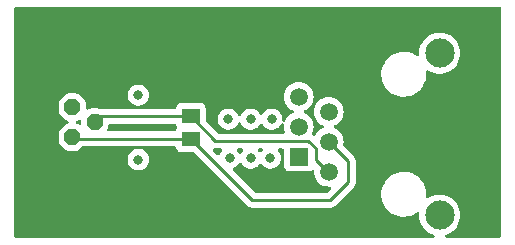
<source format=gtl>
G04 #@! TF.GenerationSoftware,KiCad,Pcbnew,7.0.2*
G04 #@! TF.CreationDate,2024-01-01T15:48:32-07:00*
G04 #@! TF.ProjectId,Temperature Sensor Board 2,54656d70-6572-4617-9475-72652053656e,rev?*
G04 #@! TF.SameCoordinates,Original*
G04 #@! TF.FileFunction,Copper,L1,Top*
G04 #@! TF.FilePolarity,Positive*
%FSLAX46Y46*%
G04 Gerber Fmt 4.6, Leading zero omitted, Abs format (unit mm)*
G04 Created by KiCad (PCBNEW 7.0.2) date 2024-01-01 15:48:32*
%MOMM*%
%LPD*%
G01*
G04 APERTURE LIST*
G04 Aperture macros list*
%AMOutline5P*
0 Free polygon, 5 corners , with rotation*
0 The origin of the aperture is its center*
0 number of corners: always 5*
0 $1 to $10 corner X, Y*
0 $11 Rotation angle, in degrees counterclockwise*
0 create outline with 5 corners*
4,1,5,$1,$2,$3,$4,$5,$6,$7,$8,$9,$10,$1,$2,$11*%
%AMOutline6P*
0 Free polygon, 6 corners , with rotation*
0 The origin of the aperture is its center*
0 number of corners: always 6*
0 $1 to $12 corner X, Y*
0 $13 Rotation angle, in degrees counterclockwise*
0 create outline with 6 corners*
4,1,6,$1,$2,$3,$4,$5,$6,$7,$8,$9,$10,$11,$12,$1,$2,$13*%
%AMOutline7P*
0 Free polygon, 7 corners , with rotation*
0 The origin of the aperture is its center*
0 number of corners: always 7*
0 $1 to $14 corner X, Y*
0 $15 Rotation angle, in degrees counterclockwise*
0 create outline with 7 corners*
4,1,7,$1,$2,$3,$4,$5,$6,$7,$8,$9,$10,$11,$12,$13,$14,$1,$2,$15*%
%AMOutline8P*
0 Free polygon, 8 corners , with rotation*
0 The origin of the aperture is its center*
0 number of corners: always 8*
0 $1 to $16 corner X, Y*
0 $17 Rotation angle, in degrees counterclockwise*
0 create outline with 8 corners*
4,1,8,$1,$2,$3,$4,$5,$6,$7,$8,$9,$10,$11,$12,$13,$14,$15,$16,$1,$2,$17*%
G04 Aperture macros list end*
G04 #@! TA.AperFunction,ComponentPad*
%ADD10R,1.508000X1.508000*%
G04 #@! TD*
G04 #@! TA.AperFunction,ComponentPad*
%ADD11C,1.508000*%
G04 #@! TD*
G04 #@! TA.AperFunction,ComponentPad*
%ADD12C,2.475000*%
G04 #@! TD*
G04 #@! TA.AperFunction,ComponentPad*
%ADD13Outline8P,-0.660400X0.273547X-0.273547X0.660400X0.273547X0.660400X0.660400X0.273547X0.660400X-0.273547X0.273547X-0.660400X-0.273547X-0.660400X-0.660400X-0.273547X270.000000*%
G04 #@! TD*
G04 #@! TA.AperFunction,SMDPad,CuDef*
%ADD14R,1.500000X1.300000*%
G04 #@! TD*
G04 #@! TA.AperFunction,ViaPad*
%ADD15C,0.800000*%
G04 #@! TD*
G04 #@! TA.AperFunction,Conductor*
%ADD16C,0.250000*%
G04 #@! TD*
G04 APERTURE END LIST*
D10*
X133817354Y-97114354D03*
D11*
X133817354Y-94574354D03*
X133817354Y-92034354D03*
X136357354Y-98384354D03*
X136357354Y-95844354D03*
X136357354Y-93304354D03*
D12*
X145757354Y-102074354D03*
X145757354Y-88354354D03*
D13*
X114640354Y-92923354D03*
X116545354Y-94193354D03*
X114640354Y-95463354D03*
D14*
X124673354Y-93690354D03*
X124673354Y-95590354D03*
D15*
X131531354Y-93939354D03*
X127975354Y-97241354D03*
X120228354Y-97368354D03*
X120228354Y-91907354D03*
X129753354Y-93939354D03*
X129753354Y-97241354D03*
X131404354Y-97241354D03*
X127848354Y-93939354D03*
D16*
X135281354Y-97432354D02*
X135281354Y-96419354D01*
X138008354Y-97495354D02*
X138008354Y-99273354D01*
X136484354Y-100797354D02*
X129880354Y-100797354D01*
X135281354Y-96419354D02*
X134642354Y-95780354D01*
X117048354Y-93690354D02*
X116545354Y-94193354D01*
X126763354Y-95780354D02*
X124673354Y-93690354D01*
X134642354Y-95780354D02*
X126763354Y-95780354D01*
X114767354Y-95590354D02*
X114640354Y-95463354D01*
X129880354Y-100797354D02*
X124673354Y-95590354D01*
X124673354Y-95590354D02*
X114767354Y-95590354D01*
X136357354Y-95844354D02*
X138008354Y-97495354D01*
X136360354Y-98511354D02*
X135281354Y-97432354D01*
X138008354Y-99273354D02*
X136484354Y-100797354D01*
X124673354Y-93690354D02*
X117048354Y-93690354D01*
G04 #@! TA.AperFunction,NonConductor*
G36*
X150905393Y-84434039D02*
G01*
X150951148Y-84486843D01*
X150962354Y-84538354D01*
X150962354Y-103793992D01*
X150942669Y-103861031D01*
X150926035Y-103881673D01*
X150871673Y-103936035D01*
X150810350Y-103969520D01*
X150783992Y-103972354D01*
X146323294Y-103972354D01*
X146256255Y-103952669D01*
X146210500Y-103899865D01*
X146200556Y-103830707D01*
X146229581Y-103767151D01*
X146286744Y-103729863D01*
X146394097Y-103696749D01*
X146628791Y-103583726D01*
X146844018Y-103436987D01*
X147034970Y-103259809D01*
X147197383Y-103056149D01*
X147327628Y-102830558D01*
X147422796Y-102588075D01*
X147480761Y-102334116D01*
X147500227Y-102074354D01*
X147480761Y-101814592D01*
X147422796Y-101560633D01*
X147327628Y-101318150D01*
X147197383Y-101092559D01*
X147034970Y-100888899D01*
X146844018Y-100711721D01*
X146721494Y-100628186D01*
X146628791Y-100564982D01*
X146517585Y-100511428D01*
X146394097Y-100451959D01*
X146317315Y-100428274D01*
X146145179Y-100375177D01*
X145887599Y-100336354D01*
X145627109Y-100336354D01*
X145369528Y-100375177D01*
X145120610Y-100451959D01*
X144885916Y-100564982D01*
X144793213Y-100628186D01*
X144726733Y-100649686D01*
X144659183Y-100631832D01*
X144612010Y-100580291D01*
X144600190Y-100511428D01*
X144601426Y-100503204D01*
X144601506Y-100502768D01*
X144611667Y-100224758D01*
X144603680Y-100152169D01*
X144581240Y-99948230D01*
X144510874Y-99679078D01*
X144402070Y-99423040D01*
X144257146Y-99185573D01*
X144165461Y-99075402D01*
X144079192Y-98971738D01*
X143971369Y-98875128D01*
X143871997Y-98786091D01*
X143639981Y-98632591D01*
X143639978Y-98632589D01*
X143388085Y-98514506D01*
X143121690Y-98434360D01*
X143121686Y-98434359D01*
X143121685Y-98434359D01*
X142846453Y-98393854D01*
X142637891Y-98393854D01*
X142635642Y-98394018D01*
X142635631Y-98394019D01*
X142429898Y-98409076D01*
X142158357Y-98469565D01*
X141898517Y-98568945D01*
X141655914Y-98705101D01*
X141435720Y-98875128D01*
X141242631Y-99075402D01*
X141080759Y-99301659D01*
X140953559Y-99549065D01*
X140863731Y-99812372D01*
X140813201Y-100085937D01*
X140803040Y-100363949D01*
X140818363Y-100503204D01*
X140833468Y-100640478D01*
X140903834Y-100909630D01*
X141012638Y-101165668D01*
X141157562Y-101403135D01*
X141157565Y-101403139D01*
X141157566Y-101403140D01*
X141175780Y-101425027D01*
X141335517Y-101616971D01*
X141542711Y-101802617D01*
X141750061Y-101939798D01*
X141774729Y-101956118D01*
X142026622Y-102074201D01*
X142234953Y-102136878D01*
X142293023Y-102154349D01*
X142568255Y-102194854D01*
X142568258Y-102194854D01*
X142774555Y-102194854D01*
X142776817Y-102194854D01*
X142984809Y-102179631D01*
X143256351Y-102119142D01*
X143516192Y-102019762D01*
X143758794Y-101883607D01*
X143825129Y-101832384D01*
X143890215Y-101806994D01*
X143958703Y-101820823D01*
X144008841Y-101869484D01*
X144024713Y-101937527D01*
X144024563Y-101939798D01*
X144014480Y-102074353D01*
X144033946Y-102334113D01*
X144091912Y-102588077D01*
X144187079Y-102830556D01*
X144187080Y-102830558D01*
X144317325Y-103056149D01*
X144479738Y-103259809D01*
X144670690Y-103436987D01*
X144885918Y-103583726D01*
X145120611Y-103696749D01*
X145227964Y-103729863D01*
X145286223Y-103768433D01*
X145314380Y-103832378D01*
X145303497Y-103901395D01*
X145257029Y-103953571D01*
X145191414Y-103972354D01*
X109865716Y-103972354D01*
X109798677Y-103952669D01*
X109778034Y-103936034D01*
X109724172Y-103882171D01*
X109690688Y-103820848D01*
X109687854Y-103794491D01*
X109687854Y-97368354D01*
X119322894Y-97368354D01*
X119342680Y-97556611D01*
X119401174Y-97736638D01*
X119495820Y-97900570D01*
X119622483Y-98041243D01*
X119775623Y-98152505D01*
X119948551Y-98229498D01*
X120133706Y-98268854D01*
X120133708Y-98268854D01*
X120323002Y-98268854D01*
X120477967Y-98235915D01*
X120508157Y-98229498D01*
X120681084Y-98152505D01*
X120834225Y-98041242D01*
X120960887Y-97900570D01*
X121055533Y-97736638D01*
X121114028Y-97556610D01*
X121133814Y-97368354D01*
X121114028Y-97180098D01*
X121055533Y-97000070D01*
X121055533Y-97000069D01*
X120960887Y-96836137D01*
X120834224Y-96695464D01*
X120681084Y-96584202D01*
X120508156Y-96507209D01*
X120323002Y-96467854D01*
X120323000Y-96467854D01*
X120133708Y-96467854D01*
X120133706Y-96467854D01*
X119948551Y-96507209D01*
X119775623Y-96584202D01*
X119622483Y-96695464D01*
X119495820Y-96836137D01*
X119401174Y-97000069D01*
X119342680Y-97180096D01*
X119322894Y-97368354D01*
X109687854Y-97368354D01*
X109687854Y-95777877D01*
X113479454Y-95777877D01*
X113479936Y-95781718D01*
X113479937Y-95781726D01*
X113490013Y-95861950D01*
X113545091Y-95994918D01*
X113594692Y-96058770D01*
X113594700Y-96058779D01*
X113597074Y-96061835D01*
X114041876Y-96506638D01*
X114105694Y-96556212D01*
X114108791Y-96558618D01*
X114241757Y-96613694D01*
X114256893Y-96615595D01*
X114325830Y-96624254D01*
X114329707Y-96624254D01*
X114951000Y-96624254D01*
X114954877Y-96624254D01*
X115038951Y-96613694D01*
X115171918Y-96558617D01*
X115238835Y-96506634D01*
X115493296Y-96252173D01*
X115554620Y-96218688D01*
X115580978Y-96215854D01*
X123303690Y-96215854D01*
X123370729Y-96235539D01*
X123416484Y-96288343D01*
X123426979Y-96326598D01*
X123429263Y-96347837D01*
X123479558Y-96482685D01*
X123565808Y-96597900D01*
X123681023Y-96684150D01*
X123815871Y-96734445D01*
X123875481Y-96740854D01*
X124887901Y-96740853D01*
X124954940Y-96760537D01*
X124975581Y-96777171D01*
X127212406Y-99013997D01*
X129379550Y-101181141D01*
X129392450Y-101197242D01*
X129443577Y-101245254D01*
X129446374Y-101247965D01*
X129465883Y-101267474D01*
X129469063Y-101269941D01*
X129477925Y-101277509D01*
X129509772Y-101307416D01*
X129527326Y-101317066D01*
X129543590Y-101327750D01*
X129555326Y-101336853D01*
X129559418Y-101340027D01*
X129584263Y-101350778D01*
X129599506Y-101357375D01*
X129609985Y-101362508D01*
X129648262Y-101383551D01*
X129667660Y-101388531D01*
X129686062Y-101394831D01*
X129704458Y-101402792D01*
X129747615Y-101409627D01*
X129759018Y-101411988D01*
X129801335Y-101422854D01*
X129821370Y-101422854D01*
X129840767Y-101424380D01*
X129860550Y-101427514D01*
X129904028Y-101423404D01*
X129915698Y-101422854D01*
X136401610Y-101422854D01*
X136422116Y-101425118D01*
X136425019Y-101425026D01*
X136425021Y-101425027D01*
X136492226Y-101422915D01*
X136496122Y-101422854D01*
X136519802Y-101422854D01*
X136523704Y-101422854D01*
X136527667Y-101422353D01*
X136539316Y-101421434D01*
X136582981Y-101420063D01*
X136602213Y-101414474D01*
X136621272Y-101410528D01*
X136628445Y-101409622D01*
X136641146Y-101408018D01*
X136681761Y-101391936D01*
X136692798Y-101388157D01*
X136734744Y-101375972D01*
X136751983Y-101365776D01*
X136769456Y-101357216D01*
X136788086Y-101349840D01*
X136823418Y-101324168D01*
X136833184Y-101317754D01*
X136870772Y-101295525D01*
X136870771Y-101295525D01*
X136870774Y-101295524D01*
X136884939Y-101281358D01*
X136899727Y-101268727D01*
X136915941Y-101256948D01*
X136943792Y-101223280D01*
X136951633Y-101214663D01*
X138392142Y-99774154D01*
X138408239Y-99761260D01*
X138410227Y-99759141D01*
X138410231Y-99759140D01*
X138456303Y-99710077D01*
X138458888Y-99707409D01*
X138478474Y-99687825D01*
X138480939Y-99684646D01*
X138488521Y-99675770D01*
X138518416Y-99643936D01*
X138528071Y-99626372D01*
X138538748Y-99610118D01*
X138551027Y-99594290D01*
X138568372Y-99554206D01*
X138573514Y-99543710D01*
X138594551Y-99505446D01*
X138599533Y-99486038D01*
X138605835Y-99467634D01*
X138613791Y-99449250D01*
X138620623Y-99406106D01*
X138622987Y-99394692D01*
X138633854Y-99352373D01*
X138633854Y-99332337D01*
X138635381Y-99312938D01*
X138638514Y-99293158D01*
X138634404Y-99249678D01*
X138633854Y-99238009D01*
X138633854Y-97578097D01*
X138636118Y-97557593D01*
X138633915Y-97487466D01*
X138633854Y-97483572D01*
X138633854Y-97459895D01*
X138633854Y-97456004D01*
X138633352Y-97452037D01*
X138632435Y-97440381D01*
X138632097Y-97429611D01*
X138631064Y-97396727D01*
X138625472Y-97377480D01*
X138621528Y-97358439D01*
X138619018Y-97338562D01*
X138602933Y-97297937D01*
X138599162Y-97286922D01*
X138586972Y-97244964D01*
X138576768Y-97227709D01*
X138568215Y-97210249D01*
X138564556Y-97201007D01*
X138560840Y-97191622D01*
X138535162Y-97156279D01*
X138528755Y-97146525D01*
X138506523Y-97108933D01*
X138492360Y-97094770D01*
X138479721Y-97079971D01*
X138467949Y-97063767D01*
X138434295Y-97035927D01*
X138425653Y-97028063D01*
X137619207Y-96221617D01*
X137585722Y-96160294D01*
X137587113Y-96101843D01*
X137597515Y-96063028D01*
X137616646Y-95844354D01*
X137597515Y-95625680D01*
X137540701Y-95413651D01*
X137447933Y-95214708D01*
X137322028Y-95034897D01*
X137166811Y-94879680D01*
X137019597Y-94776600D01*
X136986996Y-94753772D01*
X136843234Y-94686736D01*
X136790794Y-94640564D01*
X136771642Y-94573371D01*
X136791858Y-94506489D01*
X136843234Y-94461972D01*
X136986996Y-94394935D01*
X136986996Y-94394934D01*
X136987000Y-94394933D01*
X137166811Y-94269028D01*
X137322028Y-94113811D01*
X137447933Y-93934000D01*
X137540701Y-93735057D01*
X137597515Y-93523028D01*
X137616646Y-93304354D01*
X137597515Y-93085680D01*
X137540701Y-92873651D01*
X137447933Y-92674708D01*
X137322028Y-92494897D01*
X137166811Y-92339680D01*
X136987000Y-92213775D01*
X136895275Y-92171003D01*
X136788058Y-92121007D01*
X136576025Y-92064192D01*
X136357353Y-92045061D01*
X136138682Y-92064192D01*
X135926649Y-92121007D01*
X135727710Y-92213774D01*
X135727708Y-92213775D01*
X135564671Y-92327935D01*
X135547893Y-92339683D01*
X135392683Y-92494893D01*
X135392680Y-92494896D01*
X135392680Y-92494897D01*
X135310190Y-92612706D01*
X135266774Y-92674710D01*
X135174007Y-92873649D01*
X135117192Y-93085682D01*
X135098061Y-93304354D01*
X135117192Y-93523025D01*
X135174007Y-93735058D01*
X135196243Y-93782743D01*
X135266775Y-93934000D01*
X135392680Y-94113811D01*
X135547897Y-94269028D01*
X135727708Y-94394933D01*
X135824042Y-94439854D01*
X135871474Y-94461972D01*
X135923913Y-94508144D01*
X135943065Y-94575338D01*
X135922849Y-94642219D01*
X135871474Y-94686736D01*
X135727714Y-94753772D01*
X135727708Y-94753775D01*
X135564671Y-94867935D01*
X135547893Y-94879683D01*
X135392683Y-95034893D01*
X135392680Y-95034896D01*
X135392680Y-95034897D01*
X135266775Y-95214708D01*
X135266774Y-95214710D01*
X135266772Y-95214713D01*
X135243939Y-95263677D01*
X135197766Y-95316116D01*
X135130572Y-95335267D01*
X135063691Y-95315050D01*
X135055565Y-95309256D01*
X135053658Y-95307777D01*
X135044776Y-95300191D01*
X135012936Y-95270292D01*
X135012935Y-95270291D01*
X135006437Y-95266719D01*
X134957173Y-95217172D01*
X134942517Y-95148857D01*
X134953793Y-95105652D01*
X134972862Y-95064758D01*
X135000701Y-95005057D01*
X135057515Y-94793028D01*
X135076646Y-94574354D01*
X135057515Y-94355680D01*
X135000701Y-94143651D01*
X134907933Y-93944708D01*
X134782028Y-93764897D01*
X134626811Y-93609680D01*
X134447000Y-93483775D01*
X134446996Y-93483772D01*
X134303234Y-93416736D01*
X134250794Y-93370564D01*
X134231642Y-93303371D01*
X134251858Y-93236489D01*
X134303234Y-93191972D01*
X134446996Y-93124935D01*
X134446996Y-93124934D01*
X134447000Y-93124933D01*
X134626811Y-92999028D01*
X134782028Y-92843811D01*
X134907933Y-92664000D01*
X135000701Y-92465057D01*
X135057515Y-92253028D01*
X135076646Y-92034354D01*
X135057515Y-91815680D01*
X135000701Y-91603651D01*
X134907933Y-91404708D01*
X134782028Y-91224897D01*
X134626811Y-91069680D01*
X134447000Y-90943775D01*
X134355275Y-90901003D01*
X134248058Y-90851007D01*
X134036025Y-90794192D01*
X133817354Y-90775061D01*
X133598682Y-90794192D01*
X133386649Y-90851007D01*
X133187710Y-90943774D01*
X133187708Y-90943775D01*
X133099320Y-91005665D01*
X133007893Y-91069683D01*
X132852683Y-91224893D01*
X132852680Y-91224896D01*
X132852680Y-91224897D01*
X132747481Y-91375138D01*
X132726774Y-91404710D01*
X132634007Y-91603649D01*
X132577192Y-91815682D01*
X132558061Y-92034353D01*
X132577192Y-92253025D01*
X132634007Y-92465058D01*
X132669050Y-92540208D01*
X132726775Y-92664000D01*
X132852680Y-92843811D01*
X133007897Y-92999028D01*
X133187708Y-93124933D01*
X133298376Y-93176538D01*
X133331474Y-93191972D01*
X133383913Y-93238144D01*
X133403065Y-93305338D01*
X133382849Y-93372219D01*
X133331474Y-93416736D01*
X133249592Y-93454918D01*
X133187708Y-93483775D01*
X133007897Y-93609680D01*
X133007893Y-93609683D01*
X132852683Y-93764893D01*
X132852680Y-93764896D01*
X132852680Y-93764897D01*
X132772904Y-93878830D01*
X132726774Y-93944710D01*
X132664871Y-94077461D01*
X132618698Y-94129900D01*
X132551505Y-94149052D01*
X132484624Y-94128836D01*
X132439289Y-94075671D01*
X132429168Y-94012097D01*
X132436814Y-93939354D01*
X132417028Y-93751098D01*
X132358533Y-93571070D01*
X132358533Y-93571069D01*
X132263887Y-93407137D01*
X132137224Y-93266464D01*
X131984084Y-93155202D01*
X131811156Y-93078209D01*
X131626002Y-93038854D01*
X131626000Y-93038854D01*
X131436708Y-93038854D01*
X131436706Y-93038854D01*
X131251551Y-93078209D01*
X131078623Y-93155202D01*
X130925483Y-93266464D01*
X130798820Y-93407138D01*
X130749741Y-93492146D01*
X130699174Y-93540362D01*
X130630567Y-93553585D01*
X130565702Y-93527617D01*
X130534967Y-93492146D01*
X130485887Y-93407138D01*
X130359224Y-93266464D01*
X130206084Y-93155202D01*
X130033156Y-93078209D01*
X129848002Y-93038854D01*
X129848000Y-93038854D01*
X129658708Y-93038854D01*
X129658706Y-93038854D01*
X129473551Y-93078209D01*
X129300623Y-93155202D01*
X129147483Y-93266464D01*
X129020820Y-93407137D01*
X128926174Y-93571069D01*
X128918785Y-93593813D01*
X128879348Y-93651489D01*
X128814989Y-93678687D01*
X128746143Y-93666772D01*
X128694667Y-93619528D01*
X128682923Y-93593813D01*
X128675533Y-93571069D01*
X128580887Y-93407137D01*
X128454224Y-93266464D01*
X128301084Y-93155202D01*
X128128156Y-93078209D01*
X127943002Y-93038854D01*
X127943000Y-93038854D01*
X127753708Y-93038854D01*
X127753706Y-93038854D01*
X127568551Y-93078209D01*
X127395623Y-93155202D01*
X127242483Y-93266464D01*
X127115820Y-93407137D01*
X127021174Y-93571069D01*
X126962680Y-93751096D01*
X126942894Y-93939354D01*
X126962680Y-94127611D01*
X127021174Y-94307638D01*
X127115820Y-94471570D01*
X127242483Y-94612243D01*
X127395623Y-94723505D01*
X127568551Y-94800498D01*
X127753706Y-94839854D01*
X127753708Y-94839854D01*
X127943002Y-94839854D01*
X128066437Y-94813616D01*
X128128157Y-94800498D01*
X128301084Y-94723505D01*
X128336157Y-94698023D01*
X128454224Y-94612243D01*
X128488341Y-94574353D01*
X128580887Y-94471570D01*
X128675533Y-94307638D01*
X128682922Y-94284895D01*
X128722360Y-94227219D01*
X128786718Y-94200020D01*
X128855564Y-94211934D01*
X128907041Y-94259178D01*
X128918785Y-94284895D01*
X128926174Y-94307637D01*
X129020820Y-94471570D01*
X129147483Y-94612243D01*
X129300623Y-94723505D01*
X129473551Y-94800498D01*
X129658706Y-94839854D01*
X129658708Y-94839854D01*
X129848002Y-94839854D01*
X129971437Y-94813616D01*
X130033157Y-94800498D01*
X130206084Y-94723505D01*
X130241157Y-94698023D01*
X130359224Y-94612243D01*
X130393341Y-94574353D01*
X130485887Y-94471570D01*
X130515618Y-94420074D01*
X130534967Y-94386561D01*
X130585533Y-94338346D01*
X130654140Y-94325122D01*
X130719005Y-94351090D01*
X130749741Y-94386561D01*
X130798820Y-94471570D01*
X130925483Y-94612243D01*
X131078623Y-94723505D01*
X131251551Y-94800498D01*
X131436706Y-94839854D01*
X131436708Y-94839854D01*
X131626002Y-94839854D01*
X131749437Y-94813616D01*
X131811157Y-94800498D01*
X131984084Y-94723505D01*
X132019157Y-94698023D01*
X132137224Y-94612243D01*
X132171341Y-94574353D01*
X132263887Y-94471570D01*
X132293618Y-94420074D01*
X132341535Y-94337080D01*
X132392102Y-94288865D01*
X132460709Y-94275641D01*
X132525574Y-94301609D01*
X132566102Y-94358523D01*
X132572450Y-94409887D01*
X132558061Y-94574353D01*
X132577192Y-94793025D01*
X132587868Y-94832868D01*
X132623234Y-94964854D01*
X132632320Y-94998760D01*
X132630657Y-95068610D01*
X132591495Y-95126472D01*
X132527267Y-95153977D01*
X132512545Y-95154854D01*
X127073807Y-95154854D01*
X127006768Y-95135169D01*
X126986126Y-95118535D01*
X125960172Y-94092580D01*
X125926687Y-94031257D01*
X125923853Y-94004899D01*
X125923853Y-92995793D01*
X125923853Y-92995792D01*
X125923853Y-92992482D01*
X125917445Y-92932871D01*
X125867150Y-92798023D01*
X125780900Y-92682808D01*
X125665685Y-92596558D01*
X125530837Y-92546263D01*
X125471227Y-92539854D01*
X125467904Y-92539854D01*
X123878793Y-92539854D01*
X123878774Y-92539854D01*
X123875482Y-92539855D01*
X123872202Y-92540207D01*
X123872194Y-92540208D01*
X123815869Y-92546263D01*
X123681023Y-92596558D01*
X123565808Y-92682808D01*
X123479558Y-92798022D01*
X123429263Y-92932870D01*
X123426980Y-92954108D01*
X123400242Y-93018660D01*
X123342850Y-93058508D01*
X123303690Y-93064854D01*
X117131094Y-93064854D01*
X117110590Y-93062590D01*
X117040498Y-93064793D01*
X117036604Y-93064854D01*
X117021341Y-93064854D01*
X116973890Y-93055415D01*
X116943950Y-93043014D01*
X116943949Y-93043013D01*
X116943947Y-93043013D01*
X116863728Y-93032937D01*
X116863718Y-93032936D01*
X116859878Y-93032454D01*
X116230831Y-93032454D01*
X116226990Y-93032936D01*
X116226981Y-93032937D01*
X116146757Y-93043013D01*
X116013788Y-93098091D01*
X116001323Y-93107775D01*
X115936304Y-93133356D01*
X115867777Y-93119724D01*
X115817499Y-93071207D01*
X115801254Y-93009849D01*
X115801254Y-92843811D01*
X115801254Y-92608831D01*
X115790694Y-92524757D01*
X115735617Y-92391790D01*
X115695139Y-92339683D01*
X115686015Y-92327937D01*
X115686008Y-92327929D01*
X115683634Y-92324873D01*
X115266115Y-91907353D01*
X119322894Y-91907353D01*
X119342680Y-92095611D01*
X119401174Y-92275638D01*
X119495820Y-92439570D01*
X119622483Y-92580243D01*
X119775623Y-92691505D01*
X119948551Y-92768498D01*
X120133706Y-92807854D01*
X120133708Y-92807854D01*
X120323002Y-92807854D01*
X120446437Y-92781616D01*
X120508157Y-92768498D01*
X120681084Y-92691505D01*
X120789542Y-92612706D01*
X120834224Y-92580243D01*
X120960887Y-92439570D01*
X121055533Y-92275638D01*
X121062880Y-92253025D01*
X121114028Y-92095610D01*
X121133814Y-91907354D01*
X121114028Y-91719098D01*
X121060248Y-91553580D01*
X121055533Y-91539069D01*
X120960887Y-91375137D01*
X120834224Y-91234464D01*
X120681084Y-91123202D01*
X120508156Y-91046209D01*
X120323002Y-91006854D01*
X120323000Y-91006854D01*
X120133708Y-91006854D01*
X120133706Y-91006854D01*
X119948551Y-91046209D01*
X119775623Y-91123202D01*
X119622483Y-91234464D01*
X119495820Y-91375137D01*
X119401174Y-91539069D01*
X119342680Y-91719096D01*
X119322894Y-91907353D01*
X115266115Y-91907353D01*
X115238832Y-91880070D01*
X115212689Y-91859762D01*
X115171916Y-91828089D01*
X115038950Y-91773013D01*
X114958726Y-91762937D01*
X114958720Y-91762936D01*
X114954878Y-91762454D01*
X114325831Y-91762454D01*
X114321990Y-91762936D01*
X114321981Y-91762937D01*
X114241757Y-91773013D01*
X114108789Y-91828091D01*
X114044937Y-91877692D01*
X114044919Y-91877707D01*
X114041873Y-91880074D01*
X114039139Y-91882807D01*
X114039131Y-91882815D01*
X113599808Y-92322137D01*
X113599800Y-92322145D01*
X113597070Y-92324876D01*
X113594699Y-92327927D01*
X113594693Y-92327935D01*
X113545089Y-92391791D01*
X113490013Y-92524757D01*
X113480995Y-92596558D01*
X113479454Y-92608830D01*
X113479454Y-93237877D01*
X113479936Y-93241718D01*
X113479937Y-93241726D01*
X113490013Y-93321950D01*
X113545091Y-93454918D01*
X113594692Y-93518770D01*
X113594700Y-93518779D01*
X113597074Y-93521835D01*
X114041876Y-93966638D01*
X114044935Y-93969014D01*
X114100392Y-94012094D01*
X114108791Y-94018618D01*
X114241758Y-94073694D01*
X114241761Y-94073694D01*
X114254066Y-94078791D01*
X114308470Y-94122632D01*
X114330535Y-94188926D01*
X114313256Y-94256625D01*
X114262120Y-94304236D01*
X114254068Y-94307914D01*
X114180600Y-94338346D01*
X114108793Y-94368090D01*
X114108788Y-94368092D01*
X114044937Y-94417692D01*
X114044919Y-94417707D01*
X114041873Y-94420074D01*
X114039139Y-94422807D01*
X114039131Y-94422815D01*
X113599808Y-94862137D01*
X113599800Y-94862145D01*
X113597070Y-94864876D01*
X113594699Y-94867927D01*
X113594693Y-94867935D01*
X113545089Y-94931791D01*
X113490013Y-95064757D01*
X113479937Y-95144981D01*
X113479454Y-95148830D01*
X113479454Y-95777877D01*
X109687854Y-95777877D01*
X109687854Y-90203949D01*
X140803040Y-90203949D01*
X140827435Y-90425654D01*
X140833468Y-90480478D01*
X140903834Y-90749630D01*
X141012638Y-91005668D01*
X141157562Y-91243135D01*
X141157565Y-91243139D01*
X141157566Y-91243140D01*
X141292023Y-91404708D01*
X141335517Y-91456971D01*
X141542711Y-91642617D01*
X141739807Y-91773014D01*
X141774729Y-91796118D01*
X142026622Y-91914201D01*
X142234953Y-91976878D01*
X142293023Y-91994349D01*
X142568255Y-92034854D01*
X142568258Y-92034854D01*
X142774555Y-92034854D01*
X142776817Y-92034854D01*
X142984809Y-92019631D01*
X143256351Y-91959142D01*
X143516192Y-91859762D01*
X143758794Y-91723607D01*
X143978986Y-91553580D01*
X144172076Y-91353305D01*
X144333947Y-91127050D01*
X144461151Y-90879637D01*
X144550975Y-90616340D01*
X144601506Y-90342770D01*
X144611667Y-90064758D01*
X144594972Y-89913034D01*
X144607206Y-89844248D01*
X144654688Y-89792992D01*
X144722344Y-89775543D01*
X144788079Y-89797021D01*
X144885918Y-89863726D01*
X145120611Y-89976749D01*
X145369528Y-90053530D01*
X145627109Y-90092354D01*
X145887599Y-90092354D01*
X146145180Y-90053530D01*
X146394097Y-89976749D01*
X146628791Y-89863726D01*
X146844018Y-89716987D01*
X147034970Y-89539809D01*
X147197383Y-89336149D01*
X147327628Y-89110558D01*
X147422796Y-88868075D01*
X147480761Y-88614116D01*
X147500227Y-88354354D01*
X147480761Y-88094592D01*
X147422796Y-87840633D01*
X147327628Y-87598150D01*
X147197383Y-87372559D01*
X147034970Y-87168899D01*
X146844018Y-86991721D01*
X146628791Y-86844982D01*
X146394097Y-86731959D01*
X146317314Y-86708274D01*
X146145179Y-86655177D01*
X145887599Y-86616354D01*
X145627109Y-86616354D01*
X145369528Y-86655177D01*
X145120610Y-86731959D01*
X144885917Y-86844982D01*
X144670687Y-86991723D01*
X144479741Y-87168895D01*
X144317324Y-87372560D01*
X144187079Y-87598151D01*
X144091912Y-87840630D01*
X144033946Y-88094594D01*
X144014480Y-88354354D01*
X144024434Y-88487187D01*
X144009814Y-88555510D01*
X143960577Y-88605083D01*
X143892355Y-88620166D01*
X143832362Y-88599869D01*
X143639978Y-88472589D01*
X143388085Y-88354506D01*
X143121690Y-88274360D01*
X143121686Y-88274359D01*
X143121685Y-88274359D01*
X142846453Y-88233854D01*
X142637891Y-88233854D01*
X142635642Y-88234018D01*
X142635631Y-88234019D01*
X142429898Y-88249076D01*
X142158357Y-88309565D01*
X141898517Y-88408945D01*
X141655914Y-88545101D01*
X141435720Y-88715128D01*
X141242631Y-88915402D01*
X141080759Y-89141659D01*
X140953559Y-89389065D01*
X140863731Y-89652372D01*
X140813201Y-89925937D01*
X140803040Y-90203949D01*
X109687854Y-90203949D01*
X109687854Y-84592216D01*
X109707539Y-84525177D01*
X109724173Y-84504535D01*
X109778035Y-84450673D01*
X109839358Y-84417188D01*
X109865716Y-84414354D01*
X150838354Y-84414354D01*
X150905393Y-84434039D01*
G37*
G04 #@! TD.AperFunction*
G04 #@! TA.AperFunction,NonConductor*
G36*
X123370729Y-94335539D02*
G01*
X123416484Y-94388343D01*
X123426979Y-94426598D01*
X123429263Y-94447837D01*
X123476450Y-94574353D01*
X123484905Y-94597020D01*
X123489889Y-94666711D01*
X123484905Y-94683686D01*
X123429263Y-94832868D01*
X123426980Y-94854108D01*
X123400242Y-94918660D01*
X123342850Y-94958508D01*
X123303690Y-94964854D01*
X117707574Y-94964854D01*
X117640535Y-94945169D01*
X117594780Y-94892365D01*
X117584836Y-94823207D01*
X117609649Y-94764784D01*
X117640619Y-94724916D01*
X117695694Y-94591950D01*
X117696858Y-94582685D01*
X117706254Y-94507878D01*
X117706254Y-94439853D01*
X117725939Y-94372815D01*
X117778743Y-94327060D01*
X117830254Y-94315854D01*
X123303690Y-94315854D01*
X123370729Y-94335539D01*
G37*
G04 #@! TD.AperFunction*
G04 #@! TA.AperFunction,NonConductor*
G36*
X115317928Y-93996982D02*
G01*
X115368208Y-94045497D01*
X115384454Y-94106858D01*
X115384454Y-94279848D01*
X115364769Y-94346887D01*
X115311965Y-94392642D01*
X115242807Y-94402586D01*
X115184386Y-94377775D01*
X115171916Y-94368089D01*
X115026641Y-94307915D01*
X114972237Y-94264075D01*
X114950172Y-94197781D01*
X114967451Y-94130081D01*
X115018588Y-94082470D01*
X115026640Y-94078793D01*
X115038949Y-94073694D01*
X115038951Y-94073694D01*
X115171918Y-94018617D01*
X115184382Y-94008934D01*
X115249401Y-93983352D01*
X115317928Y-93996982D01*
G37*
G04 #@! TD.AperFunction*
G04 #@! TA.AperFunction,NonConductor*
G36*
X132505893Y-96425539D02*
G01*
X132551648Y-96478343D01*
X132562854Y-96529854D01*
X132562854Y-97912914D01*
X132562854Y-97912932D01*
X132562855Y-97916226D01*
X132563207Y-97919506D01*
X132563208Y-97919513D01*
X132569263Y-97975838D01*
X132587788Y-98025505D01*
X132619558Y-98110685D01*
X132705808Y-98225900D01*
X132821023Y-98312150D01*
X132955871Y-98362445D01*
X133015481Y-98368854D01*
X134619226Y-98368853D01*
X134678837Y-98362445D01*
X134813685Y-98312150D01*
X134902743Y-98245480D01*
X134968204Y-98221064D01*
X135036478Y-98235915D01*
X135085884Y-98285320D01*
X135100736Y-98353593D01*
X135100580Y-98355552D01*
X135098061Y-98384350D01*
X135117192Y-98603025D01*
X135166245Y-98786092D01*
X135174007Y-98815057D01*
X135266775Y-99014000D01*
X135392680Y-99193811D01*
X135547897Y-99349028D01*
X135727708Y-99474933D01*
X135926651Y-99567701D01*
X136138680Y-99624515D01*
X136262654Y-99635361D01*
X136357353Y-99643646D01*
X136357353Y-99643645D01*
X136357354Y-99643646D01*
X136378115Y-99641829D01*
X136452058Y-99635361D01*
X136520558Y-99649128D01*
X136570741Y-99697743D01*
X136586674Y-99765772D01*
X136563299Y-99831615D01*
X136550546Y-99846570D01*
X136261582Y-100135535D01*
X136200259Y-100169020D01*
X136173901Y-100171854D01*
X130190806Y-100171854D01*
X130123767Y-100152169D01*
X130103125Y-100135535D01*
X128254679Y-98287088D01*
X128221194Y-98225765D01*
X128226178Y-98156073D01*
X128268050Y-98100140D01*
X128291920Y-98086129D01*
X128428084Y-98025505D01*
X128428084Y-98025504D01*
X128428086Y-98025504D01*
X128581224Y-97914243D01*
X128707887Y-97773570D01*
X128756967Y-97688561D01*
X128807533Y-97640346D01*
X128876140Y-97627122D01*
X128941005Y-97653090D01*
X128971741Y-97688561D01*
X129020820Y-97773570D01*
X129147483Y-97914243D01*
X129300623Y-98025505D01*
X129473551Y-98102498D01*
X129658706Y-98141854D01*
X129658708Y-98141854D01*
X129848002Y-98141854D01*
X129971438Y-98115616D01*
X130033157Y-98102498D01*
X130206084Y-98025505D01*
X130274445Y-97975838D01*
X130359224Y-97914243D01*
X130486704Y-97772663D01*
X130546191Y-97736014D01*
X130616048Y-97737345D01*
X130671004Y-97772663D01*
X130798483Y-97914243D01*
X130951623Y-98025505D01*
X131124551Y-98102498D01*
X131309706Y-98141854D01*
X131309708Y-98141854D01*
X131499002Y-98141854D01*
X131622438Y-98115616D01*
X131684157Y-98102498D01*
X131857084Y-98025505D01*
X131925445Y-97975838D01*
X132010224Y-97914243D01*
X132136887Y-97773570D01*
X132231533Y-97609638D01*
X132246229Y-97564408D01*
X132290028Y-97429610D01*
X132309814Y-97241354D01*
X132290028Y-97053098D01*
X132231533Y-96873070D01*
X132231533Y-96873069D01*
X132136889Y-96709140D01*
X132114387Y-96684149D01*
X132050165Y-96612824D01*
X132019937Y-96549835D01*
X132028562Y-96480500D01*
X132073303Y-96426834D01*
X132139956Y-96405876D01*
X132142317Y-96405854D01*
X132438854Y-96405854D01*
X132505893Y-96425539D01*
G37*
G04 #@! TD.AperFunction*
G04 #@! TA.AperFunction,NonConductor*
G36*
X130733430Y-96425539D02*
G01*
X130779185Y-96478343D01*
X130789129Y-96547501D01*
X130760104Y-96611057D01*
X130758582Y-96612779D01*
X130726195Y-96648748D01*
X130671002Y-96710046D01*
X130611515Y-96746693D01*
X130541658Y-96745362D01*
X130486703Y-96710044D01*
X130399167Y-96612826D01*
X130368937Y-96549835D01*
X130377562Y-96480500D01*
X130422303Y-96426834D01*
X130488956Y-96405876D01*
X130491317Y-96405854D01*
X130666391Y-96405854D01*
X130733430Y-96425539D01*
G37*
G04 #@! TD.AperFunction*
G04 #@! TA.AperFunction,NonConductor*
G36*
X129082430Y-96425539D02*
G01*
X129128185Y-96478343D01*
X129138129Y-96547501D01*
X129109104Y-96611057D01*
X129107588Y-96612772D01*
X129069477Y-96655099D01*
X129020818Y-96709140D01*
X128971741Y-96794146D01*
X128921174Y-96842362D01*
X128852567Y-96855585D01*
X128787702Y-96829617D01*
X128756967Y-96794146D01*
X128707889Y-96709140D01*
X128685387Y-96684149D01*
X128621165Y-96612824D01*
X128590937Y-96549835D01*
X128599562Y-96480500D01*
X128644303Y-96426834D01*
X128710956Y-96405876D01*
X128713317Y-96405854D01*
X129015391Y-96405854D01*
X129082430Y-96425539D01*
G37*
G04 #@! TD.AperFunction*
G04 #@! TA.AperFunction,NonConductor*
G36*
X126723769Y-96407381D02*
G01*
X126743550Y-96410514D01*
X126787028Y-96406404D01*
X126798698Y-96405854D01*
X127237391Y-96405854D01*
X127304430Y-96425539D01*
X127350185Y-96478343D01*
X127360129Y-96547501D01*
X127331104Y-96611057D01*
X127329588Y-96612772D01*
X127291477Y-96655099D01*
X127242818Y-96709140D01*
X127148175Y-96873068D01*
X127135290Y-96912725D01*
X127095852Y-96970400D01*
X127031493Y-96997598D01*
X126962647Y-96985683D01*
X126929678Y-96962087D01*
X126585126Y-96617535D01*
X126551641Y-96556212D01*
X126556625Y-96486520D01*
X126598497Y-96430587D01*
X126663961Y-96406170D01*
X126672807Y-96405854D01*
X126684335Y-96405854D01*
X126704370Y-96405854D01*
X126723769Y-96407381D01*
G37*
G04 #@! TD.AperFunction*
M02*

</source>
